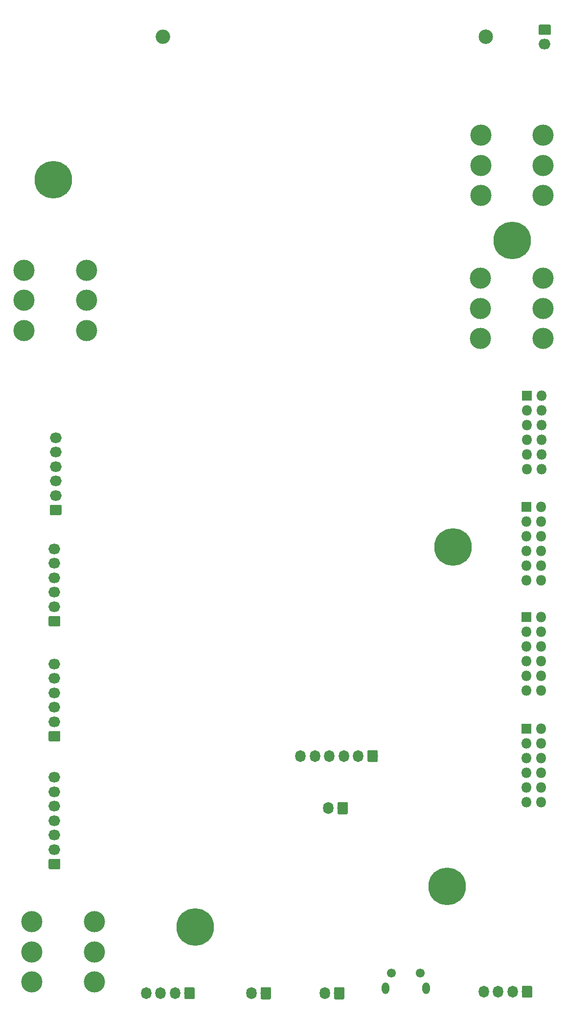
<source format=gbr>
G04 #@! TF.GenerationSoftware,KiCad,Pcbnew,(5.0.0-rc2-198-gb8bbb15aa)*
G04 #@! TF.CreationDate,2022-04-06T08:22:02-07:00*
G04 #@! TF.ProjectId,BMS_01,424D535F30312E6B696361645F706362,rev?*
G04 #@! TF.SameCoordinates,Original*
G04 #@! TF.FileFunction,Soldermask,Bot*
G04 #@! TF.FilePolarity,Negative*
%FSLAX46Y46*%
G04 Gerber Fmt 4.6, Leading zero omitted, Abs format (unit mm)*
G04 Created by KiCad (PCBNEW (5.0.0-rc2-198-gb8bbb15aa)) date 04/06/22 08:22:02*
%MOMM*%
%LPD*%
G01*
G04 APERTURE LIST*
%ADD10C,0.100000*%
%ADD11C,1.800000*%
%ADD12O,1.800000X2.050000*%
%ADD13C,2.500000*%
%ADD14O,2.500000X2.500000*%
%ADD15C,1.550000*%
%ADD16O,1.300000X2.000000*%
%ADD17C,3.670000*%
%ADD18O,2.050000X1.800000*%
%ADD19O,1.800000X2.100000*%
%ADD20O,2.100000X1.800000*%
%ADD21R,1.800000X1.800000*%
%ADD22O,1.800000X1.800000*%
%ADD23C,0.900000*%
%ADD24C,6.500000*%
G04 APERTURE END LIST*
D10*
G04 #@! TO.C,J13*
G36*
X86892240Y-144376275D02*
X86917936Y-144380086D01*
X86943134Y-144386398D01*
X86967593Y-144395150D01*
X86991076Y-144406256D01*
X87013357Y-144419611D01*
X87034222Y-144435085D01*
X87053469Y-144452531D01*
X87070915Y-144471778D01*
X87086389Y-144492643D01*
X87099744Y-144514924D01*
X87110850Y-144538407D01*
X87119602Y-144562866D01*
X87125914Y-144588064D01*
X87129725Y-144613760D01*
X87131000Y-144639706D01*
X87131000Y-146160294D01*
X87129725Y-146186240D01*
X87125914Y-146211936D01*
X87119602Y-146237134D01*
X87110850Y-146261593D01*
X87099744Y-146285076D01*
X87086389Y-146307357D01*
X87070915Y-146328222D01*
X87053469Y-146347469D01*
X87034222Y-146364915D01*
X87013357Y-146380389D01*
X86991076Y-146393744D01*
X86967593Y-146404850D01*
X86943134Y-146413602D01*
X86917936Y-146419914D01*
X86892240Y-146423725D01*
X86866294Y-146425000D01*
X85595706Y-146425000D01*
X85569760Y-146423725D01*
X85544064Y-146419914D01*
X85518866Y-146413602D01*
X85494407Y-146404850D01*
X85470924Y-146393744D01*
X85448643Y-146380389D01*
X85427778Y-146364915D01*
X85408531Y-146347469D01*
X85391085Y-146328222D01*
X85375611Y-146307357D01*
X85362256Y-146285076D01*
X85351150Y-146261593D01*
X85342398Y-146237134D01*
X85336086Y-146211936D01*
X85332275Y-146186240D01*
X85331000Y-146160294D01*
X85331000Y-144639706D01*
X85332275Y-144613760D01*
X85336086Y-144588064D01*
X85342398Y-144562866D01*
X85351150Y-144538407D01*
X85362256Y-144514924D01*
X85375611Y-144492643D01*
X85391085Y-144471778D01*
X85408531Y-144452531D01*
X85427778Y-144435085D01*
X85448643Y-144419611D01*
X85470924Y-144406256D01*
X85494407Y-144395150D01*
X85518866Y-144386398D01*
X85544064Y-144380086D01*
X85569760Y-144376275D01*
X85595706Y-144375000D01*
X86866294Y-144375000D01*
X86892240Y-144376275D01*
X86892240Y-144376275D01*
G37*
D11*
X86231000Y-145400000D03*
D12*
X83731000Y-145400000D03*
X81231000Y-145400000D03*
X78731000Y-145400000D03*
X76231000Y-145400000D03*
X73731000Y-145400000D03*
G04 #@! TD*
D13*
G04 #@! TO.C,R50*
X105841000Y-21073000D03*
D14*
X49961000Y-21073000D03*
G04 #@! TD*
D15*
G04 #@! TO.C,J14*
X89450000Y-182900000D03*
X94450000Y-182900000D03*
D16*
X88450000Y-185600000D03*
X95450000Y-185600000D03*
G04 #@! TD*
D17*
G04 #@! TO.C,J10*
X36707206Y-61437389D03*
X36707206Y-61437389D03*
X36707206Y-66647389D03*
X36707206Y-71857389D03*
X25907206Y-61437389D03*
X25907206Y-66647389D03*
X25907206Y-71857389D03*
G04 #@! TD*
G04 #@! TO.C,J17*
X38075000Y-174080000D03*
X38075000Y-179290000D03*
X38075000Y-184500000D03*
X27275000Y-174080000D03*
X27275000Y-179290000D03*
X27275000Y-184500000D03*
X27275000Y-184500000D03*
G04 #@! TD*
G04 #@! TO.C,J18*
X115675000Y-62805000D03*
X115675000Y-68015000D03*
X115675000Y-73225000D03*
X104875000Y-62805000D03*
X104875000Y-68015000D03*
X104875000Y-73225000D03*
X104875000Y-73225000D03*
G04 #@! TD*
G04 #@! TO.C,J19*
X115747000Y-38091000D03*
X115747000Y-38091000D03*
X115747000Y-43301000D03*
X115747000Y-48511000D03*
X104947000Y-38091000D03*
X104947000Y-43301000D03*
X104947000Y-48511000D03*
G04 #@! TD*
D10*
G04 #@! TO.C,J1*
G36*
X31951240Y-163176275D02*
X31976936Y-163180086D01*
X32002134Y-163186398D01*
X32026593Y-163195150D01*
X32050076Y-163206256D01*
X32072357Y-163219611D01*
X32093222Y-163235085D01*
X32112469Y-163252531D01*
X32129915Y-163271778D01*
X32145389Y-163292643D01*
X32158744Y-163314924D01*
X32169850Y-163338407D01*
X32178602Y-163362866D01*
X32184914Y-163388064D01*
X32188725Y-163413760D01*
X32190000Y-163439706D01*
X32190000Y-164710294D01*
X32188725Y-164736240D01*
X32184914Y-164761936D01*
X32178602Y-164787134D01*
X32169850Y-164811593D01*
X32158744Y-164835076D01*
X32145389Y-164857357D01*
X32129915Y-164878222D01*
X32112469Y-164897469D01*
X32093222Y-164914915D01*
X32072357Y-164930389D01*
X32050076Y-164943744D01*
X32026593Y-164954850D01*
X32002134Y-164963602D01*
X31976936Y-164969914D01*
X31951240Y-164973725D01*
X31925294Y-164975000D01*
X30404706Y-164975000D01*
X30378760Y-164973725D01*
X30353064Y-164969914D01*
X30327866Y-164963602D01*
X30303407Y-164954850D01*
X30279924Y-164943744D01*
X30257643Y-164930389D01*
X30236778Y-164914915D01*
X30217531Y-164897469D01*
X30200085Y-164878222D01*
X30184611Y-164857357D01*
X30171256Y-164835076D01*
X30160150Y-164811593D01*
X30151398Y-164787134D01*
X30145086Y-164761936D01*
X30141275Y-164736240D01*
X30140000Y-164710294D01*
X30140000Y-163439706D01*
X30141275Y-163413760D01*
X30145086Y-163388064D01*
X30151398Y-163362866D01*
X30160150Y-163338407D01*
X30171256Y-163314924D01*
X30184611Y-163292643D01*
X30200085Y-163271778D01*
X30217531Y-163252531D01*
X30236778Y-163235085D01*
X30257643Y-163219611D01*
X30279924Y-163206256D01*
X30303407Y-163195150D01*
X30327866Y-163186398D01*
X30353064Y-163180086D01*
X30378760Y-163176275D01*
X30404706Y-163175000D01*
X31925294Y-163175000D01*
X31951240Y-163176275D01*
X31951240Y-163176275D01*
G37*
D11*
X31165000Y-164075000D03*
D18*
X31165000Y-161575000D03*
X31165000Y-159075000D03*
X31165000Y-156575000D03*
X31165000Y-154075000D03*
X31165000Y-151575000D03*
X31165000Y-149075000D03*
G04 #@! TD*
G04 #@! TO.C,J2*
X31165000Y-129477000D03*
X31165000Y-131977000D03*
X31165000Y-134477000D03*
X31165000Y-136977000D03*
X31165000Y-139477000D03*
D10*
G36*
X31951240Y-141078275D02*
X31976936Y-141082086D01*
X32002134Y-141088398D01*
X32026593Y-141097150D01*
X32050076Y-141108256D01*
X32072357Y-141121611D01*
X32093222Y-141137085D01*
X32112469Y-141154531D01*
X32129915Y-141173778D01*
X32145389Y-141194643D01*
X32158744Y-141216924D01*
X32169850Y-141240407D01*
X32178602Y-141264866D01*
X32184914Y-141290064D01*
X32188725Y-141315760D01*
X32190000Y-141341706D01*
X32190000Y-142612294D01*
X32188725Y-142638240D01*
X32184914Y-142663936D01*
X32178602Y-142689134D01*
X32169850Y-142713593D01*
X32158744Y-142737076D01*
X32145389Y-142759357D01*
X32129915Y-142780222D01*
X32112469Y-142799469D01*
X32093222Y-142816915D01*
X32072357Y-142832389D01*
X32050076Y-142845744D01*
X32026593Y-142856850D01*
X32002134Y-142865602D01*
X31976936Y-142871914D01*
X31951240Y-142875725D01*
X31925294Y-142877000D01*
X30404706Y-142877000D01*
X30378760Y-142875725D01*
X30353064Y-142871914D01*
X30327866Y-142865602D01*
X30303407Y-142856850D01*
X30279924Y-142845744D01*
X30257643Y-142832389D01*
X30236778Y-142816915D01*
X30217531Y-142799469D01*
X30200085Y-142780222D01*
X30184611Y-142759357D01*
X30171256Y-142737076D01*
X30160150Y-142713593D01*
X30151398Y-142689134D01*
X30145086Y-142663936D01*
X30141275Y-142638240D01*
X30140000Y-142612294D01*
X30140000Y-141341706D01*
X30141275Y-141315760D01*
X30145086Y-141290064D01*
X30151398Y-141264866D01*
X30160150Y-141240407D01*
X30171256Y-141216924D01*
X30184611Y-141194643D01*
X30200085Y-141173778D01*
X30217531Y-141154531D01*
X30236778Y-141137085D01*
X30257643Y-141121611D01*
X30279924Y-141108256D01*
X30303407Y-141097150D01*
X30327866Y-141088398D01*
X30353064Y-141082086D01*
X30378760Y-141078275D01*
X30404706Y-141077000D01*
X31925294Y-141077000D01*
X31951240Y-141078275D01*
X31951240Y-141078275D01*
G37*
D11*
X31165000Y-141977000D03*
G04 #@! TD*
D10*
G04 #@! TO.C,J3*
G36*
X31951240Y-121186275D02*
X31976936Y-121190086D01*
X32002134Y-121196398D01*
X32026593Y-121205150D01*
X32050076Y-121216256D01*
X32072357Y-121229611D01*
X32093222Y-121245085D01*
X32112469Y-121262531D01*
X32129915Y-121281778D01*
X32145389Y-121302643D01*
X32158744Y-121324924D01*
X32169850Y-121348407D01*
X32178602Y-121372866D01*
X32184914Y-121398064D01*
X32188725Y-121423760D01*
X32190000Y-121449706D01*
X32190000Y-122720294D01*
X32188725Y-122746240D01*
X32184914Y-122771936D01*
X32178602Y-122797134D01*
X32169850Y-122821593D01*
X32158744Y-122845076D01*
X32145389Y-122867357D01*
X32129915Y-122888222D01*
X32112469Y-122907469D01*
X32093222Y-122924915D01*
X32072357Y-122940389D01*
X32050076Y-122953744D01*
X32026593Y-122964850D01*
X32002134Y-122973602D01*
X31976936Y-122979914D01*
X31951240Y-122983725D01*
X31925294Y-122985000D01*
X30404706Y-122985000D01*
X30378760Y-122983725D01*
X30353064Y-122979914D01*
X30327866Y-122973602D01*
X30303407Y-122964850D01*
X30279924Y-122953744D01*
X30257643Y-122940389D01*
X30236778Y-122924915D01*
X30217531Y-122907469D01*
X30200085Y-122888222D01*
X30184611Y-122867357D01*
X30171256Y-122845076D01*
X30160150Y-122821593D01*
X30151398Y-122797134D01*
X30145086Y-122771936D01*
X30141275Y-122746240D01*
X30140000Y-122720294D01*
X30140000Y-121449706D01*
X30141275Y-121423760D01*
X30145086Y-121398064D01*
X30151398Y-121372866D01*
X30160150Y-121348407D01*
X30171256Y-121324924D01*
X30184611Y-121302643D01*
X30200085Y-121281778D01*
X30217531Y-121262531D01*
X30236778Y-121245085D01*
X30257643Y-121229611D01*
X30279924Y-121216256D01*
X30303407Y-121205150D01*
X30327866Y-121196398D01*
X30353064Y-121190086D01*
X30378760Y-121186275D01*
X30404706Y-121185000D01*
X31925294Y-121185000D01*
X31951240Y-121186275D01*
X31951240Y-121186275D01*
G37*
D11*
X31165000Y-122085000D03*
D18*
X31165000Y-119585000D03*
X31165000Y-117085000D03*
X31165000Y-114585000D03*
X31165000Y-112085000D03*
X31165000Y-109585000D03*
G04 #@! TD*
G04 #@! TO.C,J4*
X31375000Y-90361000D03*
X31375000Y-92861000D03*
X31375000Y-95361000D03*
X31375000Y-97861000D03*
X31375000Y-100361000D03*
D10*
G36*
X32161240Y-101962275D02*
X32186936Y-101966086D01*
X32212134Y-101972398D01*
X32236593Y-101981150D01*
X32260076Y-101992256D01*
X32282357Y-102005611D01*
X32303222Y-102021085D01*
X32322469Y-102038531D01*
X32339915Y-102057778D01*
X32355389Y-102078643D01*
X32368744Y-102100924D01*
X32379850Y-102124407D01*
X32388602Y-102148866D01*
X32394914Y-102174064D01*
X32398725Y-102199760D01*
X32400000Y-102225706D01*
X32400000Y-103496294D01*
X32398725Y-103522240D01*
X32394914Y-103547936D01*
X32388602Y-103573134D01*
X32379850Y-103597593D01*
X32368744Y-103621076D01*
X32355389Y-103643357D01*
X32339915Y-103664222D01*
X32322469Y-103683469D01*
X32303222Y-103700915D01*
X32282357Y-103716389D01*
X32260076Y-103729744D01*
X32236593Y-103740850D01*
X32212134Y-103749602D01*
X32186936Y-103755914D01*
X32161240Y-103759725D01*
X32135294Y-103761000D01*
X30614706Y-103761000D01*
X30588760Y-103759725D01*
X30563064Y-103755914D01*
X30537866Y-103749602D01*
X30513407Y-103740850D01*
X30489924Y-103729744D01*
X30467643Y-103716389D01*
X30446778Y-103700915D01*
X30427531Y-103683469D01*
X30410085Y-103664222D01*
X30394611Y-103643357D01*
X30381256Y-103621076D01*
X30370150Y-103597593D01*
X30361398Y-103573134D01*
X30355086Y-103547936D01*
X30351275Y-103522240D01*
X30350000Y-103496294D01*
X30350000Y-102225706D01*
X30351275Y-102199760D01*
X30355086Y-102174064D01*
X30361398Y-102148866D01*
X30370150Y-102124407D01*
X30381256Y-102100924D01*
X30394611Y-102078643D01*
X30410085Y-102057778D01*
X30427531Y-102038531D01*
X30446778Y-102021085D01*
X30467643Y-102005611D01*
X30489924Y-101992256D01*
X30513407Y-101981150D01*
X30537866Y-101972398D01*
X30563064Y-101966086D01*
X30588760Y-101962275D01*
X30614706Y-101961000D01*
X32135294Y-101961000D01*
X32161240Y-101962275D01*
X32161240Y-101962275D01*
G37*
D11*
X31375000Y-102861000D03*
G04 #@! TD*
D10*
G04 #@! TO.C,J9*
G36*
X55194240Y-185403275D02*
X55219936Y-185407086D01*
X55245134Y-185413398D01*
X55269593Y-185422150D01*
X55293076Y-185433256D01*
X55315357Y-185446611D01*
X55336222Y-185462085D01*
X55355469Y-185479531D01*
X55372915Y-185498778D01*
X55388389Y-185519643D01*
X55401744Y-185541924D01*
X55412850Y-185565407D01*
X55421602Y-185589866D01*
X55427914Y-185615064D01*
X55431725Y-185640760D01*
X55433000Y-185666706D01*
X55433000Y-187187294D01*
X55431725Y-187213240D01*
X55427914Y-187238936D01*
X55421602Y-187264134D01*
X55412850Y-187288593D01*
X55401744Y-187312076D01*
X55388389Y-187334357D01*
X55372915Y-187355222D01*
X55355469Y-187374469D01*
X55336222Y-187391915D01*
X55315357Y-187407389D01*
X55293076Y-187420744D01*
X55269593Y-187431850D01*
X55245134Y-187440602D01*
X55219936Y-187446914D01*
X55194240Y-187450725D01*
X55168294Y-187452000D01*
X53897706Y-187452000D01*
X53871760Y-187450725D01*
X53846064Y-187446914D01*
X53820866Y-187440602D01*
X53796407Y-187431850D01*
X53772924Y-187420744D01*
X53750643Y-187407389D01*
X53729778Y-187391915D01*
X53710531Y-187374469D01*
X53693085Y-187355222D01*
X53677611Y-187334357D01*
X53664256Y-187312076D01*
X53653150Y-187288593D01*
X53644398Y-187264134D01*
X53638086Y-187238936D01*
X53634275Y-187213240D01*
X53633000Y-187187294D01*
X53633000Y-185666706D01*
X53634275Y-185640760D01*
X53638086Y-185615064D01*
X53644398Y-185589866D01*
X53653150Y-185565407D01*
X53664256Y-185541924D01*
X53677611Y-185519643D01*
X53693085Y-185498778D01*
X53710531Y-185479531D01*
X53729778Y-185462085D01*
X53750643Y-185446611D01*
X53772924Y-185433256D01*
X53796407Y-185422150D01*
X53820866Y-185413398D01*
X53846064Y-185407086D01*
X53871760Y-185403275D01*
X53897706Y-185402000D01*
X55168294Y-185402000D01*
X55194240Y-185403275D01*
X55194240Y-185403275D01*
G37*
D11*
X54533000Y-186427000D03*
D12*
X52033000Y-186427000D03*
X49533000Y-186427000D03*
X47033000Y-186427000D03*
G04 #@! TD*
D19*
G04 #@! TO.C,J12*
X65241000Y-186427000D03*
D10*
G36*
X68402240Y-185378275D02*
X68427936Y-185382086D01*
X68453134Y-185388398D01*
X68477593Y-185397150D01*
X68501076Y-185408256D01*
X68523357Y-185421611D01*
X68544222Y-185437085D01*
X68563469Y-185454531D01*
X68580915Y-185473778D01*
X68596389Y-185494643D01*
X68609744Y-185516924D01*
X68620850Y-185540407D01*
X68629602Y-185564866D01*
X68635914Y-185590064D01*
X68639725Y-185615760D01*
X68641000Y-185641706D01*
X68641000Y-187212294D01*
X68639725Y-187238240D01*
X68635914Y-187263936D01*
X68629602Y-187289134D01*
X68620850Y-187313593D01*
X68609744Y-187337076D01*
X68596389Y-187359357D01*
X68580915Y-187380222D01*
X68563469Y-187399469D01*
X68544222Y-187416915D01*
X68523357Y-187432389D01*
X68501076Y-187445744D01*
X68477593Y-187456850D01*
X68453134Y-187465602D01*
X68427936Y-187471914D01*
X68402240Y-187475725D01*
X68376294Y-187477000D01*
X67105706Y-187477000D01*
X67079760Y-187475725D01*
X67054064Y-187471914D01*
X67028866Y-187465602D01*
X67004407Y-187456850D01*
X66980924Y-187445744D01*
X66958643Y-187432389D01*
X66937778Y-187416915D01*
X66918531Y-187399469D01*
X66901085Y-187380222D01*
X66885611Y-187359357D01*
X66872256Y-187337076D01*
X66861150Y-187313593D01*
X66852398Y-187289134D01*
X66846086Y-187263936D01*
X66842275Y-187238240D01*
X66841000Y-187212294D01*
X66841000Y-185641706D01*
X66842275Y-185615760D01*
X66846086Y-185590064D01*
X66852398Y-185564866D01*
X66861150Y-185540407D01*
X66872256Y-185516924D01*
X66885611Y-185494643D01*
X66901085Y-185473778D01*
X66918531Y-185454531D01*
X66937778Y-185437085D01*
X66958643Y-185421611D01*
X66980924Y-185408256D01*
X67004407Y-185397150D01*
X67028866Y-185388398D01*
X67054064Y-185382086D01*
X67079760Y-185378275D01*
X67105706Y-185377000D01*
X68376294Y-185377000D01*
X68402240Y-185378275D01*
X68402240Y-185378275D01*
G37*
D11*
X67741000Y-186427000D03*
G04 #@! TD*
D10*
G04 #@! TO.C,J15*
G36*
X81102240Y-185378275D02*
X81127936Y-185382086D01*
X81153134Y-185388398D01*
X81177593Y-185397150D01*
X81201076Y-185408256D01*
X81223357Y-185421611D01*
X81244222Y-185437085D01*
X81263469Y-185454531D01*
X81280915Y-185473778D01*
X81296389Y-185494643D01*
X81309744Y-185516924D01*
X81320850Y-185540407D01*
X81329602Y-185564866D01*
X81335914Y-185590064D01*
X81339725Y-185615760D01*
X81341000Y-185641706D01*
X81341000Y-187212294D01*
X81339725Y-187238240D01*
X81335914Y-187263936D01*
X81329602Y-187289134D01*
X81320850Y-187313593D01*
X81309744Y-187337076D01*
X81296389Y-187359357D01*
X81280915Y-187380222D01*
X81263469Y-187399469D01*
X81244222Y-187416915D01*
X81223357Y-187432389D01*
X81201076Y-187445744D01*
X81177593Y-187456850D01*
X81153134Y-187465602D01*
X81127936Y-187471914D01*
X81102240Y-187475725D01*
X81076294Y-187477000D01*
X79805706Y-187477000D01*
X79779760Y-187475725D01*
X79754064Y-187471914D01*
X79728866Y-187465602D01*
X79704407Y-187456850D01*
X79680924Y-187445744D01*
X79658643Y-187432389D01*
X79637778Y-187416915D01*
X79618531Y-187399469D01*
X79601085Y-187380222D01*
X79585611Y-187359357D01*
X79572256Y-187337076D01*
X79561150Y-187313593D01*
X79552398Y-187289134D01*
X79546086Y-187263936D01*
X79542275Y-187238240D01*
X79541000Y-187212294D01*
X79541000Y-185641706D01*
X79542275Y-185615760D01*
X79546086Y-185590064D01*
X79552398Y-185564866D01*
X79561150Y-185540407D01*
X79572256Y-185516924D01*
X79585611Y-185494643D01*
X79601085Y-185473778D01*
X79618531Y-185454531D01*
X79637778Y-185437085D01*
X79658643Y-185421611D01*
X79680924Y-185408256D01*
X79704407Y-185397150D01*
X79728866Y-185388398D01*
X79754064Y-185382086D01*
X79779760Y-185378275D01*
X79805706Y-185377000D01*
X81076294Y-185377000D01*
X81102240Y-185378275D01*
X81102240Y-185378275D01*
G37*
D11*
X80441000Y-186427000D03*
D19*
X77941000Y-186427000D03*
G04 #@! TD*
D10*
G04 #@! TO.C,J16*
G36*
X116812240Y-18944275D02*
X116837936Y-18948086D01*
X116863134Y-18954398D01*
X116887593Y-18963150D01*
X116911076Y-18974256D01*
X116933357Y-18987611D01*
X116954222Y-19003085D01*
X116973469Y-19020531D01*
X116990915Y-19039778D01*
X117006389Y-19060643D01*
X117019744Y-19082924D01*
X117030850Y-19106407D01*
X117039602Y-19130866D01*
X117045914Y-19156064D01*
X117049725Y-19181760D01*
X117051000Y-19207706D01*
X117051000Y-20478294D01*
X117049725Y-20504240D01*
X117045914Y-20529936D01*
X117039602Y-20555134D01*
X117030850Y-20579593D01*
X117019744Y-20603076D01*
X117006389Y-20625357D01*
X116990915Y-20646222D01*
X116973469Y-20665469D01*
X116954222Y-20682915D01*
X116933357Y-20698389D01*
X116911076Y-20711744D01*
X116887593Y-20722850D01*
X116863134Y-20731602D01*
X116837936Y-20737914D01*
X116812240Y-20741725D01*
X116786294Y-20743000D01*
X115215706Y-20743000D01*
X115189760Y-20741725D01*
X115164064Y-20737914D01*
X115138866Y-20731602D01*
X115114407Y-20722850D01*
X115090924Y-20711744D01*
X115068643Y-20698389D01*
X115047778Y-20682915D01*
X115028531Y-20665469D01*
X115011085Y-20646222D01*
X114995611Y-20625357D01*
X114982256Y-20603076D01*
X114971150Y-20579593D01*
X114962398Y-20555134D01*
X114956086Y-20529936D01*
X114952275Y-20504240D01*
X114951000Y-20478294D01*
X114951000Y-19207706D01*
X114952275Y-19181760D01*
X114956086Y-19156064D01*
X114962398Y-19130866D01*
X114971150Y-19106407D01*
X114982256Y-19082924D01*
X114995611Y-19060643D01*
X115011085Y-19039778D01*
X115028531Y-19020531D01*
X115047778Y-19003085D01*
X115068643Y-18987611D01*
X115090924Y-18974256D01*
X115114407Y-18963150D01*
X115138866Y-18954398D01*
X115164064Y-18948086D01*
X115189760Y-18944275D01*
X115215706Y-18943000D01*
X116786294Y-18943000D01*
X116812240Y-18944275D01*
X116812240Y-18944275D01*
G37*
D11*
X116001000Y-19843000D03*
D20*
X116001000Y-22343000D03*
G04 #@! TD*
D21*
G04 #@! TO.C,J5*
X112800000Y-140675000D03*
D22*
X115340000Y-140675000D03*
X112800000Y-143215000D03*
X115340000Y-143215000D03*
X112800000Y-145755000D03*
X115340000Y-145755000D03*
X112800000Y-148295000D03*
X115340000Y-148295000D03*
X112800000Y-150835000D03*
X115340000Y-150835000D03*
X112800000Y-153375000D03*
X115340000Y-153375000D03*
G04 #@! TD*
G04 #@! TO.C,J6*
X115340000Y-134125000D03*
X112800000Y-134125000D03*
X115340000Y-131585000D03*
X112800000Y-131585000D03*
X115340000Y-129045000D03*
X112800000Y-129045000D03*
X115340000Y-126505000D03*
X112800000Y-126505000D03*
X115340000Y-123965000D03*
X112800000Y-123965000D03*
X115340000Y-121425000D03*
D21*
X112800000Y-121425000D03*
G04 #@! TD*
G04 #@! TO.C,J7*
X112875000Y-102300000D03*
D22*
X115415000Y-102300000D03*
X112875000Y-104840000D03*
X115415000Y-104840000D03*
X112875000Y-107380000D03*
X115415000Y-107380000D03*
X112875000Y-109920000D03*
X115415000Y-109920000D03*
X112875000Y-112460000D03*
X115415000Y-112460000D03*
X112875000Y-115000000D03*
X115415000Y-115000000D03*
G04 #@! TD*
G04 #@! TO.C,J8*
X115500000Y-95795000D03*
X112960000Y-95795000D03*
X115500000Y-93255000D03*
X112960000Y-93255000D03*
X115500000Y-90715000D03*
X112960000Y-90715000D03*
X115500000Y-88175000D03*
X112960000Y-88175000D03*
X115500000Y-85635000D03*
X112960000Y-85635000D03*
X115500000Y-83095000D03*
D21*
X112960000Y-83095000D03*
G04 #@! TD*
D10*
G04 #@! TO.C,J11*
G36*
X113614240Y-185149275D02*
X113639936Y-185153086D01*
X113665134Y-185159398D01*
X113689593Y-185168150D01*
X113713076Y-185179256D01*
X113735357Y-185192611D01*
X113756222Y-185208085D01*
X113775469Y-185225531D01*
X113792915Y-185244778D01*
X113808389Y-185265643D01*
X113821744Y-185287924D01*
X113832850Y-185311407D01*
X113841602Y-185335866D01*
X113847914Y-185361064D01*
X113851725Y-185386760D01*
X113853000Y-185412706D01*
X113853000Y-186933294D01*
X113851725Y-186959240D01*
X113847914Y-186984936D01*
X113841602Y-187010134D01*
X113832850Y-187034593D01*
X113821744Y-187058076D01*
X113808389Y-187080357D01*
X113792915Y-187101222D01*
X113775469Y-187120469D01*
X113756222Y-187137915D01*
X113735357Y-187153389D01*
X113713076Y-187166744D01*
X113689593Y-187177850D01*
X113665134Y-187186602D01*
X113639936Y-187192914D01*
X113614240Y-187196725D01*
X113588294Y-187198000D01*
X112317706Y-187198000D01*
X112291760Y-187196725D01*
X112266064Y-187192914D01*
X112240866Y-187186602D01*
X112216407Y-187177850D01*
X112192924Y-187166744D01*
X112170643Y-187153389D01*
X112149778Y-187137915D01*
X112130531Y-187120469D01*
X112113085Y-187101222D01*
X112097611Y-187080357D01*
X112084256Y-187058076D01*
X112073150Y-187034593D01*
X112064398Y-187010134D01*
X112058086Y-186984936D01*
X112054275Y-186959240D01*
X112053000Y-186933294D01*
X112053000Y-185412706D01*
X112054275Y-185386760D01*
X112058086Y-185361064D01*
X112064398Y-185335866D01*
X112073150Y-185311407D01*
X112084256Y-185287924D01*
X112097611Y-185265643D01*
X112113085Y-185244778D01*
X112130531Y-185225531D01*
X112149778Y-185208085D01*
X112170643Y-185192611D01*
X112192924Y-185179256D01*
X112216407Y-185168150D01*
X112240866Y-185159398D01*
X112266064Y-185153086D01*
X112291760Y-185149275D01*
X112317706Y-185148000D01*
X113588294Y-185148000D01*
X113614240Y-185149275D01*
X113614240Y-185149275D01*
G37*
D11*
X112953000Y-186173000D03*
D12*
X110453000Y-186173000D03*
X107953000Y-186173000D03*
X105453000Y-186173000D03*
G04 #@! TD*
D23*
G04 #@! TO.C,H1*
X100822056Y-166277944D03*
X99125000Y-165575000D03*
X97427944Y-166277944D03*
X96725000Y-167975000D03*
X97427944Y-169672056D03*
X99125000Y-170375000D03*
X100822056Y-169672056D03*
X101525000Y-167975000D03*
D24*
X99125000Y-167975000D03*
G04 #@! TD*
G04 #@! TO.C,H2*
X55525000Y-174950000D03*
D23*
X57925000Y-174950000D03*
X57222056Y-176647056D03*
X55525000Y-177350000D03*
X53827944Y-176647056D03*
X53125000Y-174950000D03*
X53827944Y-173252944D03*
X55525000Y-172550000D03*
X57222056Y-173252944D03*
G04 #@! TD*
D24*
G04 #@! TO.C,H3*
X110400000Y-56300000D03*
D23*
X112800000Y-56300000D03*
X112097056Y-57997056D03*
X110400000Y-58700000D03*
X108702944Y-57997056D03*
X108000000Y-56300000D03*
X108702944Y-54602944D03*
X110400000Y-53900000D03*
X112097056Y-54602944D03*
G04 #@! TD*
D24*
G04 #@! TO.C,H4*
X100100000Y-109250000D03*
D23*
X102500000Y-109250000D03*
X101797056Y-110947056D03*
X100100000Y-111650000D03*
X98402944Y-110947056D03*
X97700000Y-109250000D03*
X98402944Y-107552944D03*
X100100000Y-106850000D03*
X101797056Y-107552944D03*
G04 #@! TD*
G04 #@! TO.C,H5*
X32622056Y-44052944D03*
X30925000Y-43350000D03*
X29227944Y-44052944D03*
X28525000Y-45750000D03*
X29227944Y-47447056D03*
X30925000Y-48150000D03*
X32622056Y-47447056D03*
X33325000Y-45750000D03*
D24*
X30925000Y-45750000D03*
G04 #@! TD*
D10*
G04 #@! TO.C,J20*
G36*
X81686240Y-153376275D02*
X81711936Y-153380086D01*
X81737134Y-153386398D01*
X81761593Y-153395150D01*
X81785076Y-153406256D01*
X81807357Y-153419611D01*
X81828222Y-153435085D01*
X81847469Y-153452531D01*
X81864915Y-153471778D01*
X81880389Y-153492643D01*
X81893744Y-153514924D01*
X81904850Y-153538407D01*
X81913602Y-153562866D01*
X81919914Y-153588064D01*
X81923725Y-153613760D01*
X81925000Y-153639706D01*
X81925000Y-155210294D01*
X81923725Y-155236240D01*
X81919914Y-155261936D01*
X81913602Y-155287134D01*
X81904850Y-155311593D01*
X81893744Y-155335076D01*
X81880389Y-155357357D01*
X81864915Y-155378222D01*
X81847469Y-155397469D01*
X81828222Y-155414915D01*
X81807357Y-155430389D01*
X81785076Y-155443744D01*
X81761593Y-155454850D01*
X81737134Y-155463602D01*
X81711936Y-155469914D01*
X81686240Y-155473725D01*
X81660294Y-155475000D01*
X80389706Y-155475000D01*
X80363760Y-155473725D01*
X80338064Y-155469914D01*
X80312866Y-155463602D01*
X80288407Y-155454850D01*
X80264924Y-155443744D01*
X80242643Y-155430389D01*
X80221778Y-155414915D01*
X80202531Y-155397469D01*
X80185085Y-155378222D01*
X80169611Y-155357357D01*
X80156256Y-155335076D01*
X80145150Y-155311593D01*
X80136398Y-155287134D01*
X80130086Y-155261936D01*
X80126275Y-155236240D01*
X80125000Y-155210294D01*
X80125000Y-153639706D01*
X80126275Y-153613760D01*
X80130086Y-153588064D01*
X80136398Y-153562866D01*
X80145150Y-153538407D01*
X80156256Y-153514924D01*
X80169611Y-153492643D01*
X80185085Y-153471778D01*
X80202531Y-153452531D01*
X80221778Y-153435085D01*
X80242643Y-153419611D01*
X80264924Y-153406256D01*
X80288407Y-153395150D01*
X80312866Y-153386398D01*
X80338064Y-153380086D01*
X80363760Y-153376275D01*
X80389706Y-153375000D01*
X81660294Y-153375000D01*
X81686240Y-153376275D01*
X81686240Y-153376275D01*
G37*
D11*
X81025000Y-154425000D03*
D19*
X78525000Y-154425000D03*
G04 #@! TD*
M02*

</source>
